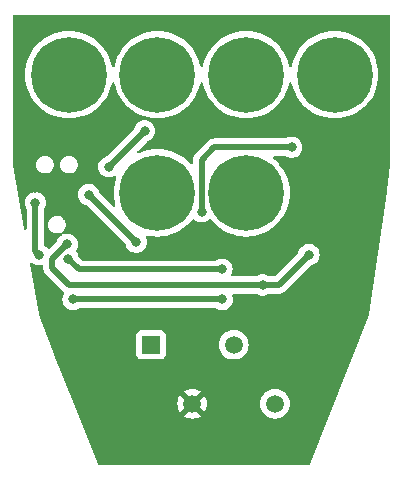
<source format=gbr>
%TF.GenerationSoftware,KiCad,Pcbnew,7.0.6*%
%TF.CreationDate,2023-10-04T19:29:37-04:00*%
%TF.ProjectId,Encoder_Pulse_Generic_ATTINY85,456e636f-6465-4725-9f50-756c73655f47,rev?*%
%TF.SameCoordinates,Original*%
%TF.FileFunction,Copper,L2,Bot*%
%TF.FilePolarity,Positive*%
%FSLAX46Y46*%
G04 Gerber Fmt 4.6, Leading zero omitted, Abs format (unit mm)*
G04 Created by KiCad (PCBNEW 7.0.6) date 2023-10-04 19:29:37*
%MOMM*%
%LPD*%
G01*
G04 APERTURE LIST*
%TA.AperFunction,ComponentPad*%
%ADD10C,1.508000*%
%TD*%
%TA.AperFunction,ComponentPad*%
%ADD11R,1.508000X1.508000*%
%TD*%
%TA.AperFunction,ConnectorPad*%
%ADD12C,6.400000*%
%TD*%
%TA.AperFunction,ComponentPad*%
%ADD13C,3.600000*%
%TD*%
%TA.AperFunction,ViaPad*%
%ADD14C,0.800000*%
%TD*%
%TA.AperFunction,Conductor*%
%ADD15C,0.500000*%
%TD*%
G04 APERTURE END LIST*
D10*
%TO.P,J1,4,Pin_4*%
%TO.N,/SDA*%
X144455138Y-104060000D03*
%TO.P,J1,3,Pin_3*%
%TO.N,/SCL*%
X140955138Y-99060000D03*
%TO.P,J1,2,Pin_2*%
%TO.N,GND*%
X137455138Y-104060000D03*
D11*
%TO.P,J1,1,Pin_1*%
%TO.N,+5V*%
X133955138Y-99060000D03*
%TD*%
D12*
%TO.P,REF\u002A\u002A,1*%
%TO.N,N/C*%
X142000000Y-86200000D03*
D13*
X142000000Y-86200000D03*
%TD*%
D12*
%TO.P,REF\u002A\u002A,1*%
%TO.N,N/C*%
X134500000Y-86200000D03*
D13*
X134500000Y-86200000D03*
%TD*%
D12*
%TO.P,REF\u002A\u002A,1*%
%TO.N,unconnected-(U1-VCC-Pad8)*%
X149500000Y-76200000D03*
D13*
X149500000Y-76200000D03*
%TD*%
D12*
%TO.P,REF\u002A\u002A,1*%
%TO.N,unconnected-(U1-GND-Pad4)*%
X142000000Y-76200000D03*
D13*
X142000000Y-76200000D03*
%TD*%
D12*
%TO.P,REF\u002A\u002A,1*%
%TO.N,/ENCB*%
X134500000Y-76200000D03*
D13*
X134500000Y-76200000D03*
%TD*%
%TO.P,REF\u002A\u002A,1*%
%TO.N,/ENCA*%
X127000000Y-76200000D03*
D12*
X127000000Y-76200000D03*
%TD*%
D14*
%TO.N,GND*%
X147320000Y-88900000D03*
X134620000Y-96520000D03*
%TO.N,/RST*%
X138245270Y-87814730D03*
X145867042Y-82352498D03*
%TO.N,/SEL*%
X126850500Y-90566520D03*
%TO.N,/SDA*%
X124460000Y-91440000D03*
X124166905Y-87043735D03*
%TO.N,/ENCB*%
X130389500Y-84004601D03*
X133410197Y-80967966D03*
%TO.N,GND*%
X124121814Y-85766296D03*
%TO.N,/SDA*%
X139985792Y-95235573D03*
X127354554Y-95235573D03*
%TO.N,/RST*%
X132706343Y-90391062D03*
X128690500Y-86360000D03*
%TO.N,/SCL*%
X139953639Y-92686439D03*
X126916577Y-91773337D03*
%TO.N,/SEL*%
X147320000Y-91440000D03*
X143403365Y-94004182D03*
%TD*%
D15*
%TO.N,/RST*%
X138245270Y-83430375D02*
X138245270Y-87814730D01*
X139323147Y-82352498D02*
X138245270Y-83430375D01*
X145867042Y-82352498D02*
X139323147Y-82352498D01*
%TO.N,/SEL*%
X126829834Y-90566520D02*
X125597653Y-91798701D01*
X126850500Y-90566520D02*
X126829834Y-90566520D01*
%TO.N,/SDA*%
X124166905Y-91146905D02*
X124460000Y-91440000D01*
X124166905Y-87043735D02*
X124166905Y-91146905D01*
%TO.N,/ENCB*%
X133410197Y-80983904D02*
X130389500Y-84004601D01*
X133410197Y-80967966D02*
X133410197Y-80983904D01*
%TO.N,/SDA*%
X127354554Y-95235573D02*
X139985792Y-95235573D01*
%TO.N,/RST*%
X132706343Y-90375843D02*
X132706343Y-90391062D01*
X128690500Y-86360000D02*
X132706343Y-90375843D01*
%TO.N,/SCL*%
X126916577Y-91773337D02*
X127829679Y-92686439D01*
X127829679Y-92686439D02*
X139953639Y-92686439D01*
%TO.N,/SEL*%
X125597653Y-92577653D02*
X127000000Y-93980000D01*
X125597653Y-91798701D02*
X125597653Y-92577653D01*
X127000000Y-93980000D02*
X129540000Y-93980000D01*
X129540000Y-93980000D02*
X129564182Y-94004182D01*
X129564182Y-94004182D02*
X143403365Y-94004182D01*
X144755818Y-94004182D02*
X143403365Y-94004182D01*
X147320000Y-91440000D02*
X144755818Y-94004182D01*
%TD*%
%TA.AperFunction,Conductor*%
%TO.N,GND*%
G36*
X154174539Y-71140185D02*
G01*
X154220294Y-71192989D01*
X154231500Y-71244500D01*
X154231500Y-83815588D01*
X154230886Y-83824296D01*
X153819298Y-86728277D01*
X152433577Y-96505298D01*
X152426091Y-96533558D01*
X147432688Y-109141161D01*
X147389700Y-109196241D01*
X147323758Y-109219337D01*
X147317401Y-109219500D01*
X129546599Y-109219500D01*
X129479560Y-109199815D01*
X129433805Y-109147011D01*
X129431312Y-109141161D01*
X127418852Y-104060000D01*
X136196348Y-104060000D01*
X136215471Y-104278582D01*
X136215473Y-104278592D01*
X136272259Y-104490524D01*
X136272262Y-104490533D01*
X136364993Y-104689393D01*
X136364994Y-104689395D01*
X136409140Y-104752442D01*
X136409141Y-104752443D01*
X136972060Y-104189523D01*
X136995645Y-104269844D01*
X137073377Y-104390798D01*
X137182038Y-104484952D01*
X137312823Y-104544680D01*
X137322604Y-104546086D01*
X136762693Y-105105996D01*
X136825742Y-105150143D01*
X136825744Y-105150144D01*
X137024604Y-105242875D01*
X137024613Y-105242878D01*
X137236545Y-105299664D01*
X137236555Y-105299666D01*
X137455137Y-105318790D01*
X137455139Y-105318790D01*
X137673720Y-105299666D01*
X137673730Y-105299664D01*
X137885662Y-105242878D01*
X137885671Y-105242874D01*
X138084530Y-105150145D01*
X138147581Y-105105996D01*
X137587672Y-104546086D01*
X137597453Y-104544680D01*
X137728238Y-104484952D01*
X137836899Y-104390798D01*
X137914631Y-104269844D01*
X137938214Y-104189523D01*
X138501134Y-104752443D01*
X138545283Y-104689392D01*
X138638012Y-104490533D01*
X138638016Y-104490524D01*
X138694802Y-104278592D01*
X138694804Y-104278582D01*
X138713928Y-104060002D01*
X143195846Y-104060002D01*
X143214969Y-104278592D01*
X143214977Y-104278674D01*
X143271791Y-104490703D01*
X143271792Y-104490706D01*
X143271793Y-104490708D01*
X143364557Y-104689642D01*
X143364561Y-104689650D01*
X143490460Y-104869452D01*
X143490465Y-104869458D01*
X143645679Y-105024672D01*
X143645685Y-105024677D01*
X143825487Y-105150576D01*
X143825489Y-105150577D01*
X143825492Y-105150579D01*
X144024435Y-105243347D01*
X144236464Y-105300161D01*
X144392659Y-105313825D01*
X144455136Y-105319292D01*
X144455138Y-105319292D01*
X144455140Y-105319292D01*
X144509806Y-105314509D01*
X144673812Y-105300161D01*
X144885841Y-105243347D01*
X145084784Y-105150579D01*
X145264595Y-105024674D01*
X145419812Y-104869457D01*
X145545717Y-104689646D01*
X145638485Y-104490703D01*
X145695299Y-104278674D01*
X145714430Y-104060000D01*
X145695299Y-103841326D01*
X145638485Y-103629297D01*
X145545717Y-103430354D01*
X145545715Y-103430351D01*
X145545714Y-103430349D01*
X145419815Y-103250547D01*
X145419810Y-103250541D01*
X145264596Y-103095327D01*
X145264590Y-103095322D01*
X145084788Y-102969423D01*
X145084780Y-102969419D01*
X144885846Y-102876655D01*
X144885844Y-102876654D01*
X144885841Y-102876653D01*
X144735023Y-102836240D01*
X144673813Y-102819839D01*
X144673806Y-102819838D01*
X144455140Y-102800708D01*
X144455136Y-102800708D01*
X144236469Y-102819838D01*
X144236462Y-102819839D01*
X144114040Y-102852642D01*
X144024435Y-102876653D01*
X144024433Y-102876653D01*
X144024429Y-102876655D01*
X143825495Y-102969419D01*
X143825487Y-102969423D01*
X143645685Y-103095322D01*
X143645679Y-103095327D01*
X143490465Y-103250541D01*
X143490460Y-103250547D01*
X143364561Y-103430349D01*
X143364557Y-103430357D01*
X143271793Y-103629291D01*
X143271791Y-103629295D01*
X143271791Y-103629297D01*
X143270250Y-103635048D01*
X143214977Y-103841324D01*
X143214976Y-103841331D01*
X143195846Y-104059997D01*
X143195846Y-104060002D01*
X138713928Y-104060002D01*
X138713928Y-104060000D01*
X138713928Y-104059999D01*
X138694804Y-103841417D01*
X138694802Y-103841407D01*
X138638016Y-103629475D01*
X138638013Y-103629466D01*
X138545282Y-103430606D01*
X138545281Y-103430604D01*
X138501134Y-103367556D01*
X138501134Y-103367555D01*
X137938214Y-103930475D01*
X137914631Y-103850156D01*
X137836899Y-103729202D01*
X137728238Y-103635048D01*
X137597453Y-103575320D01*
X137587671Y-103573913D01*
X138147581Y-103014003D01*
X138147580Y-103014002D01*
X138084533Y-102969856D01*
X138084531Y-102969855D01*
X137885671Y-102877124D01*
X137885662Y-102877121D01*
X137673730Y-102820335D01*
X137673720Y-102820333D01*
X137455139Y-102801210D01*
X137455137Y-102801210D01*
X137236555Y-102820333D01*
X137236545Y-102820335D01*
X137024613Y-102877121D01*
X137024604Y-102877124D01*
X136825740Y-102969857D01*
X136762693Y-103014001D01*
X137322605Y-103573913D01*
X137312823Y-103575320D01*
X137182038Y-103635048D01*
X137073377Y-103729202D01*
X136995645Y-103850156D01*
X136972060Y-103930476D01*
X136409139Y-103367555D01*
X136364995Y-103430602D01*
X136272262Y-103629466D01*
X136272259Y-103629475D01*
X136215473Y-103841407D01*
X136215471Y-103841417D01*
X136196348Y-104059999D01*
X136196348Y-104060000D01*
X127418852Y-104060000D01*
X125779738Y-99921482D01*
X125756128Y-99861870D01*
X132700638Y-99861870D01*
X132700639Y-99861876D01*
X132707046Y-99921483D01*
X132757340Y-100056328D01*
X132757344Y-100056335D01*
X132843590Y-100171544D01*
X132843593Y-100171547D01*
X132958802Y-100257793D01*
X132958809Y-100257797D01*
X133093655Y-100308091D01*
X133093654Y-100308091D01*
X133100582Y-100308835D01*
X133153265Y-100314500D01*
X134757010Y-100314499D01*
X134816621Y-100308091D01*
X134951469Y-100257796D01*
X135066684Y-100171546D01*
X135152934Y-100056331D01*
X135203229Y-99921483D01*
X135209638Y-99861873D01*
X135209637Y-99060000D01*
X139695846Y-99060000D01*
X139714977Y-99278674D01*
X139771791Y-99490703D01*
X139771792Y-99490706D01*
X139771793Y-99490708D01*
X139864557Y-99689642D01*
X139864561Y-99689650D01*
X139990460Y-99869452D01*
X139990465Y-99869458D01*
X140145679Y-100024672D01*
X140145685Y-100024677D01*
X140325487Y-100150576D01*
X140325489Y-100150577D01*
X140325492Y-100150579D01*
X140524435Y-100243347D01*
X140736464Y-100300161D01*
X140892659Y-100313826D01*
X140955136Y-100319292D01*
X140955138Y-100319292D01*
X140955140Y-100319292D01*
X141009935Y-100314498D01*
X141173812Y-100300161D01*
X141385841Y-100243347D01*
X141584784Y-100150579D01*
X141764595Y-100024674D01*
X141919812Y-99869457D01*
X142045717Y-99689646D01*
X142138485Y-99490703D01*
X142195299Y-99278674D01*
X142214430Y-99060000D01*
X142195299Y-98841326D01*
X142138485Y-98629297D01*
X142045717Y-98430354D01*
X142045715Y-98430351D01*
X142045714Y-98430349D01*
X141919815Y-98250547D01*
X141919810Y-98250541D01*
X141764596Y-98095327D01*
X141764590Y-98095322D01*
X141584788Y-97969423D01*
X141584780Y-97969419D01*
X141385846Y-97876655D01*
X141385844Y-97876654D01*
X141385841Y-97876653D01*
X141235023Y-97836240D01*
X141173813Y-97819839D01*
X141173806Y-97819838D01*
X140955140Y-97800708D01*
X140955136Y-97800708D01*
X140736469Y-97819838D01*
X140736462Y-97819839D01*
X140614040Y-97852642D01*
X140524435Y-97876653D01*
X140524433Y-97876653D01*
X140524429Y-97876655D01*
X140325495Y-97969419D01*
X140325487Y-97969423D01*
X140145685Y-98095322D01*
X140145679Y-98095327D01*
X139990465Y-98250541D01*
X139990460Y-98250547D01*
X139864561Y-98430349D01*
X139864557Y-98430357D01*
X139771793Y-98629291D01*
X139714977Y-98841324D01*
X139714976Y-98841331D01*
X139695846Y-99059997D01*
X139695846Y-99060000D01*
X135209637Y-99060000D01*
X135209637Y-98258128D01*
X135203229Y-98198517D01*
X135164741Y-98095326D01*
X135152935Y-98063671D01*
X135152931Y-98063664D01*
X135066685Y-97948455D01*
X135066682Y-97948452D01*
X134951473Y-97862206D01*
X134951466Y-97862202D01*
X134816620Y-97811908D01*
X134816621Y-97811908D01*
X134757021Y-97805501D01*
X134757019Y-97805500D01*
X134757011Y-97805500D01*
X134757002Y-97805500D01*
X133153267Y-97805500D01*
X133153261Y-97805501D01*
X133093654Y-97811908D01*
X132958809Y-97862202D01*
X132958802Y-97862206D01*
X132843593Y-97948452D01*
X132843590Y-97948455D01*
X132757344Y-98063664D01*
X132757340Y-98063671D01*
X132707046Y-98198517D01*
X132701453Y-98250543D01*
X132700639Y-98258123D01*
X132700638Y-98258135D01*
X132700638Y-99861870D01*
X125756128Y-99861870D01*
X124437193Y-96531756D01*
X124430301Y-96507262D01*
X124429961Y-96505298D01*
X123694585Y-92260176D01*
X123702538Y-92190764D01*
X123746757Y-92136667D01*
X123813203Y-92115065D01*
X123880781Y-92132816D01*
X123889650Y-92138696D01*
X124007265Y-92224148D01*
X124007270Y-92224151D01*
X124180192Y-92301142D01*
X124180197Y-92301144D01*
X124365354Y-92340500D01*
X124365355Y-92340500D01*
X124554644Y-92340500D01*
X124554646Y-92340500D01*
X124697371Y-92310163D01*
X124767038Y-92315479D01*
X124822772Y-92357616D01*
X124846877Y-92423196D01*
X124847152Y-92431453D01*
X124847152Y-92513951D01*
X124845843Y-92531921D01*
X124842364Y-92555673D01*
X124842363Y-92555680D01*
X124846917Y-92607716D01*
X124847153Y-92613123D01*
X124847153Y-92621362D01*
X124850959Y-92653927D01*
X124857653Y-92730444D01*
X124859114Y-92737520D01*
X124859056Y-92737531D01*
X124860687Y-92744890D01*
X124860745Y-92744877D01*
X124862410Y-92751903D01*
X124888678Y-92824077D01*
X124912838Y-92896984D01*
X124915889Y-92903527D01*
X124915835Y-92903551D01*
X124919123Y-92910341D01*
X124919174Y-92910316D01*
X124922414Y-92916766D01*
X124922415Y-92916767D01*
X124922416Y-92916770D01*
X124964618Y-92980936D01*
X125004940Y-93046308D01*
X125009419Y-93051972D01*
X125009372Y-93052009D01*
X125014135Y-93057855D01*
X125014181Y-93057817D01*
X125018826Y-93063353D01*
X125074671Y-93116039D01*
X126424267Y-94465634D01*
X126436048Y-94479266D01*
X126450390Y-94498530D01*
X126490420Y-94532119D01*
X126494392Y-94535759D01*
X126500223Y-94541590D01*
X126500222Y-94541590D01*
X126525944Y-94561927D01*
X126565967Y-94595511D01*
X126604669Y-94653683D01*
X126605777Y-94723543D01*
X126593648Y-94752499D01*
X126527377Y-94867283D01*
X126527372Y-94867295D01*
X126468881Y-95047313D01*
X126468880Y-95047317D01*
X126449094Y-95235573D01*
X126468880Y-95423829D01*
X126468881Y-95423832D01*
X126527372Y-95603850D01*
X126527375Y-95603857D01*
X126622021Y-95767789D01*
X126748682Y-95908460D01*
X126748683Y-95908461D01*
X126901819Y-96019721D01*
X126901824Y-96019724D01*
X127074746Y-96096715D01*
X127074751Y-96096717D01*
X127259908Y-96136073D01*
X127259909Y-96136073D01*
X127449198Y-96136073D01*
X127449200Y-96136073D01*
X127634357Y-96096717D01*
X127807284Y-96019724D01*
X127809330Y-96018237D01*
X127821006Y-96009755D01*
X127886812Y-95986275D01*
X127893891Y-95986073D01*
X139446455Y-95986073D01*
X139513494Y-96005758D01*
X139519340Y-96009755D01*
X139533057Y-96019721D01*
X139533062Y-96019724D01*
X139705984Y-96096715D01*
X139705989Y-96096717D01*
X139891146Y-96136073D01*
X139891147Y-96136073D01*
X140080436Y-96136073D01*
X140080438Y-96136073D01*
X140265595Y-96096717D01*
X140438522Y-96019724D01*
X140591663Y-95908461D01*
X140718325Y-95767789D01*
X140812971Y-95603857D01*
X140871466Y-95423829D01*
X140891252Y-95235573D01*
X140871466Y-95047317D01*
X140829122Y-94916999D01*
X140827128Y-94847159D01*
X140863208Y-94787326D01*
X140925909Y-94756498D01*
X140947054Y-94754682D01*
X142864028Y-94754682D01*
X142931067Y-94774367D01*
X142936913Y-94778364D01*
X142950630Y-94788330D01*
X142950635Y-94788333D01*
X143123557Y-94865324D01*
X143123562Y-94865326D01*
X143308719Y-94904682D01*
X143308720Y-94904682D01*
X143498009Y-94904682D01*
X143498011Y-94904682D01*
X143683168Y-94865326D01*
X143856095Y-94788333D01*
X143858141Y-94786846D01*
X143869817Y-94778364D01*
X143935623Y-94754884D01*
X143942702Y-94754682D01*
X144692113Y-94754682D01*
X144710083Y-94755991D01*
X144733841Y-94759471D01*
X144785886Y-94754917D01*
X144791288Y-94754682D01*
X144799522Y-94754682D01*
X144799527Y-94754682D01*
X144818201Y-94752499D01*
X144832094Y-94750875D01*
X144844846Y-94749759D01*
X144908615Y-94744181D01*
X144908623Y-94744178D01*
X144915684Y-94742721D01*
X144915696Y-94742780D01*
X144923061Y-94741147D01*
X144923047Y-94741088D01*
X144930064Y-94739423D01*
X144930073Y-94739423D01*
X145002241Y-94713156D01*
X145075152Y-94688996D01*
X145075161Y-94688989D01*
X145081700Y-94685942D01*
X145081726Y-94685998D01*
X145088508Y-94682714D01*
X145088481Y-94682660D01*
X145094924Y-94679422D01*
X145094935Y-94679419D01*
X145159101Y-94637216D01*
X145224474Y-94596894D01*
X145224480Y-94596887D01*
X145230143Y-94592411D01*
X145230181Y-94592459D01*
X145236018Y-94587704D01*
X145235979Y-94587657D01*
X145241514Y-94583012D01*
X145294203Y-94527165D01*
X146924383Y-92896984D01*
X147472771Y-92348595D01*
X147534092Y-92315112D01*
X147534448Y-92315034D01*
X147599803Y-92301144D01*
X147772730Y-92224151D01*
X147925871Y-92112888D01*
X148052533Y-91972216D01*
X148147179Y-91808284D01*
X148205674Y-91628256D01*
X148225460Y-91440000D01*
X148205674Y-91251744D01*
X148147179Y-91071716D01*
X148052533Y-90907784D01*
X147925871Y-90767112D01*
X147915182Y-90759346D01*
X147772734Y-90655851D01*
X147772729Y-90655848D01*
X147599807Y-90578857D01*
X147599802Y-90578855D01*
X147454000Y-90547865D01*
X147414646Y-90539500D01*
X147225354Y-90539500D01*
X147192897Y-90546398D01*
X147040197Y-90578855D01*
X147040192Y-90578857D01*
X146867270Y-90655848D01*
X146867265Y-90655851D01*
X146714129Y-90767111D01*
X146587466Y-90907785D01*
X146492821Y-91071715D01*
X146492819Y-91071719D01*
X146437478Y-91242041D01*
X146407228Y-91291403D01*
X144481269Y-93217363D01*
X144419946Y-93250848D01*
X144393588Y-93253682D01*
X143942702Y-93253682D01*
X143875663Y-93233997D01*
X143869817Y-93230000D01*
X143856099Y-93220033D01*
X143856094Y-93220030D01*
X143683172Y-93143039D01*
X143683167Y-93143037D01*
X143537309Y-93112035D01*
X143498011Y-93103682D01*
X143308719Y-93103682D01*
X143276262Y-93110580D01*
X143123562Y-93143037D01*
X143123557Y-93143039D01*
X142950635Y-93220030D01*
X142950630Y-93220033D01*
X142936913Y-93230000D01*
X142871107Y-93253480D01*
X142864028Y-93253682D01*
X140880723Y-93253682D01*
X140813684Y-93233997D01*
X140767929Y-93181193D01*
X140757985Y-93112035D01*
X140773334Y-93067685D01*
X140780818Y-93054723D01*
X140839313Y-92874695D01*
X140859099Y-92686439D01*
X140839313Y-92498183D01*
X140780818Y-92318155D01*
X140686172Y-92154223D01*
X140559510Y-92013551D01*
X140559509Y-92013550D01*
X140406373Y-91902290D01*
X140406368Y-91902287D01*
X140233446Y-91825296D01*
X140233441Y-91825294D01*
X140087639Y-91794304D01*
X140048285Y-91785939D01*
X139858993Y-91785939D01*
X139826536Y-91792837D01*
X139673836Y-91825294D01*
X139673831Y-91825296D01*
X139500909Y-91902287D01*
X139500904Y-91902290D01*
X139487187Y-91912257D01*
X139421381Y-91935737D01*
X139414302Y-91935939D01*
X128191909Y-91935939D01*
X128124870Y-91916254D01*
X128104228Y-91899620D01*
X127829347Y-91624739D01*
X127799098Y-91575378D01*
X127743756Y-91405053D01*
X127649110Y-91241121D01*
X127619043Y-91207728D01*
X127588813Y-91144736D01*
X127597439Y-91075401D01*
X127603806Y-91062756D01*
X127607384Y-91056558D01*
X127677679Y-90934804D01*
X127736174Y-90754776D01*
X127755960Y-90566520D01*
X127736174Y-90378264D01*
X127677679Y-90198236D01*
X127583033Y-90034304D01*
X127456371Y-89893632D01*
X127444873Y-89885278D01*
X127303234Y-89782371D01*
X127303229Y-89782368D01*
X127130307Y-89705377D01*
X127130302Y-89705375D01*
X126984501Y-89674385D01*
X126945146Y-89666020D01*
X126755854Y-89666020D01*
X126723397Y-89672918D01*
X126570697Y-89705375D01*
X126570696Y-89705375D01*
X126553125Y-89713199D01*
X126483875Y-89722482D01*
X126420599Y-89692852D01*
X126383387Y-89633716D01*
X126384054Y-89563850D01*
X126422387Y-89505435D01*
X126434547Y-89496321D01*
X126466654Y-89475205D01*
X126586296Y-89348393D01*
X126673467Y-89197407D01*
X126723469Y-89030388D01*
X126733607Y-88856340D01*
X126703332Y-88684646D01*
X126634279Y-88524562D01*
X126606771Y-88487613D01*
X126530167Y-88384716D01*
X126396614Y-88272651D01*
X126396612Y-88272650D01*
X126240818Y-88194407D01*
X126240816Y-88194406D01*
X126240815Y-88194406D01*
X126071171Y-88154200D01*
X125940564Y-88154200D01*
X125827051Y-88167467D01*
X125810835Y-88169363D01*
X125810832Y-88169364D01*
X125647008Y-88228991D01*
X125647004Y-88228993D01*
X125501348Y-88324792D01*
X125501347Y-88324793D01*
X125381706Y-88451603D01*
X125381703Y-88451609D01*
X125294534Y-88602590D01*
X125244531Y-88769610D01*
X125244530Y-88769616D01*
X125239479Y-88856340D01*
X125234393Y-88943660D01*
X125264668Y-89115354D01*
X125333721Y-89275438D01*
X125333722Y-89275440D01*
X125333724Y-89275443D01*
X125437832Y-89415283D01*
X125571386Y-89527349D01*
X125727185Y-89605594D01*
X125896829Y-89645800D01*
X125896831Y-89645800D01*
X126027429Y-89645800D01*
X126027436Y-89645800D01*
X126157164Y-89630637D01*
X126228694Y-89604601D01*
X126298422Y-89600171D01*
X126359478Y-89634141D01*
X126392475Y-89695728D01*
X126386938Y-89765377D01*
X126344625Y-89820977D01*
X126343990Y-89821442D01*
X126244627Y-89893633D01*
X126117966Y-90034305D01*
X126023321Y-90198235D01*
X126023319Y-90198239D01*
X125977924Y-90337948D01*
X125947674Y-90387310D01*
X125392695Y-90942289D01*
X125331372Y-90975774D01*
X125261680Y-90970790D01*
X125205747Y-90928918D01*
X125197628Y-90916610D01*
X125192533Y-90907784D01*
X125065871Y-90767112D01*
X125055172Y-90759339D01*
X124968520Y-90696382D01*
X124925854Y-90641052D01*
X124917405Y-90596064D01*
X124917405Y-87578056D01*
X124934018Y-87516056D01*
X124994084Y-87412019D01*
X125052579Y-87231991D01*
X125072365Y-87043735D01*
X125052579Y-86855479D01*
X124994084Y-86675451D01*
X124899438Y-86511519D01*
X124772776Y-86370847D01*
X124772775Y-86370846D01*
X124757847Y-86360000D01*
X127785040Y-86360000D01*
X127804826Y-86548256D01*
X127804827Y-86548259D01*
X127863318Y-86728277D01*
X127863321Y-86728284D01*
X127957967Y-86892216D01*
X128028389Y-86970427D01*
X128084629Y-87032888D01*
X128237765Y-87144148D01*
X128237770Y-87144151D01*
X128410691Y-87221142D01*
X128410693Y-87221142D01*
X128410697Y-87221144D01*
X128475829Y-87234987D01*
X128537309Y-87268178D01*
X128537728Y-87268596D01*
X131787197Y-90518064D01*
X131817479Y-90573521D01*
X131818661Y-90573138D01*
X131879161Y-90759339D01*
X131879164Y-90759346D01*
X131973810Y-90923278D01*
X132021078Y-90975774D01*
X132100472Y-91063950D01*
X132253608Y-91175210D01*
X132253613Y-91175213D01*
X132426535Y-91252204D01*
X132426540Y-91252206D01*
X132611697Y-91291562D01*
X132611698Y-91291562D01*
X132800987Y-91291562D01*
X132800989Y-91291562D01*
X132986146Y-91252206D01*
X133159073Y-91175213D01*
X133312214Y-91063950D01*
X133438876Y-90923278D01*
X133533522Y-90759346D01*
X133592017Y-90579318D01*
X133611803Y-90391062D01*
X133592017Y-90202806D01*
X133533522Y-90022778D01*
X133511966Y-89985443D01*
X133495494Y-89917544D01*
X133518347Y-89851517D01*
X133573268Y-89808326D01*
X133642821Y-89801685D01*
X133651418Y-89803662D01*
X133729567Y-89824602D01*
X134112662Y-89885278D01*
X134478576Y-89904455D01*
X134499999Y-89905578D01*
X134500000Y-89905578D01*
X134500001Y-89905578D01*
X134520300Y-89904514D01*
X134887338Y-89885278D01*
X135270433Y-89824602D01*
X135645087Y-89724214D01*
X136007194Y-89585214D01*
X136352789Y-89409125D01*
X136678084Y-89197876D01*
X136979516Y-88953781D01*
X137253781Y-88679516D01*
X137426821Y-88465828D01*
X137484307Y-88426119D01*
X137554138Y-88423791D01*
X137614142Y-88459586D01*
X137615336Y-88460894D01*
X137639394Y-88487613D01*
X137639400Y-88487619D01*
X137792535Y-88598878D01*
X137792540Y-88598881D01*
X137965462Y-88675872D01*
X137965467Y-88675874D01*
X138150624Y-88715230D01*
X138150625Y-88715230D01*
X138339914Y-88715230D01*
X138339916Y-88715230D01*
X138525073Y-88675874D01*
X138698000Y-88598881D01*
X138851141Y-88487618D01*
X138880185Y-88455361D01*
X138939670Y-88418714D01*
X139009527Y-88420043D01*
X139067576Y-88458930D01*
X139068674Y-88460267D01*
X139246219Y-88679516D01*
X139520484Y-88953781D01*
X139520488Y-88953784D01*
X139821917Y-89197877D01*
X140147206Y-89409122D01*
X140147211Y-89409125D01*
X140492806Y-89585214D01*
X140854913Y-89724214D01*
X141229567Y-89824602D01*
X141612662Y-89885278D01*
X141978576Y-89904455D01*
X141999999Y-89905578D01*
X142000000Y-89905578D01*
X142000001Y-89905578D01*
X142020300Y-89904514D01*
X142387338Y-89885278D01*
X142770433Y-89824602D01*
X143145087Y-89724214D01*
X143507194Y-89585214D01*
X143852789Y-89409125D01*
X144178084Y-89197876D01*
X144479516Y-88953781D01*
X144753781Y-88679516D01*
X144997876Y-88378084D01*
X145209125Y-88052789D01*
X145385214Y-87707194D01*
X145524214Y-87345087D01*
X145624602Y-86970433D01*
X145685278Y-86587338D01*
X145705578Y-86200000D01*
X145685278Y-85812662D01*
X145624602Y-85429567D01*
X145524214Y-85054913D01*
X145385214Y-84692806D01*
X145209125Y-84347211D01*
X145110566Y-84195443D01*
X144997877Y-84021917D01*
X144831408Y-83816345D01*
X144753781Y-83720484D01*
X144479516Y-83446219D01*
X144369735Y-83357320D01*
X144327803Y-83323364D01*
X144288092Y-83265877D01*
X144285764Y-83196046D01*
X144321559Y-83136042D01*
X144384113Y-83104916D01*
X144405839Y-83102998D01*
X145327705Y-83102998D01*
X145394744Y-83122683D01*
X145400590Y-83126680D01*
X145414307Y-83136646D01*
X145414312Y-83136649D01*
X145587234Y-83213640D01*
X145587239Y-83213642D01*
X145772396Y-83252998D01*
X145772397Y-83252998D01*
X145961686Y-83252998D01*
X145961688Y-83252998D01*
X146146845Y-83213642D01*
X146319772Y-83136649D01*
X146472913Y-83025386D01*
X146599575Y-82884714D01*
X146694221Y-82720782D01*
X146752716Y-82540754D01*
X146772502Y-82352498D01*
X146752716Y-82164242D01*
X146694221Y-81984214D01*
X146599575Y-81820282D01*
X146472913Y-81679610D01*
X146469680Y-81677261D01*
X146319776Y-81568349D01*
X146319771Y-81568346D01*
X146146849Y-81491355D01*
X146146844Y-81491353D01*
X146001042Y-81460363D01*
X145961688Y-81451998D01*
X145772396Y-81451998D01*
X145739939Y-81458896D01*
X145587239Y-81491353D01*
X145587234Y-81491355D01*
X145414312Y-81568346D01*
X145414307Y-81568349D01*
X145400590Y-81578316D01*
X145334784Y-81601796D01*
X145327705Y-81601998D01*
X139386852Y-81601998D01*
X139368882Y-81600689D01*
X139345119Y-81597208D01*
X139300037Y-81601153D01*
X139293080Y-81601762D01*
X139287679Y-81601998D01*
X139279434Y-81601998D01*
X139253369Y-81605044D01*
X139246852Y-81605806D01*
X139241550Y-81606269D01*
X139170348Y-81612499D01*
X139163281Y-81613959D01*
X139163269Y-81613902D01*
X139155900Y-81615536D01*
X139155914Y-81615593D01*
X139148886Y-81617258D01*
X139076715Y-81643525D01*
X139076715Y-81643526D01*
X139003812Y-81667684D01*
X139003810Y-81667684D01*
X139003807Y-81667686D01*
X138997270Y-81670734D01*
X138997245Y-81670682D01*
X138990457Y-81673968D01*
X138990483Y-81674019D01*
X138984032Y-81677259D01*
X138919870Y-81719459D01*
X138854493Y-81759783D01*
X138848829Y-81764263D01*
X138848793Y-81764217D01*
X138842945Y-81768982D01*
X138842982Y-81769026D01*
X138837457Y-81773662D01*
X138784761Y-81829515D01*
X137759628Y-82854647D01*
X137745999Y-82866426D01*
X137726738Y-82880765D01*
X137693168Y-82920772D01*
X137689523Y-82924751D01*
X137683679Y-82930597D01*
X137663329Y-82956334D01*
X137613965Y-83015164D01*
X137609999Y-83021194D01*
X137609952Y-83021163D01*
X137605900Y-83027522D01*
X137605949Y-83027552D01*
X137602159Y-83033696D01*
X137569694Y-83103316D01*
X137535230Y-83171941D01*
X137532758Y-83178732D01*
X137532702Y-83178711D01*
X137530230Y-83185825D01*
X137530285Y-83185844D01*
X137528012Y-83192702D01*
X137526067Y-83202124D01*
X137512477Y-83267940D01*
X137503761Y-83304717D01*
X137494768Y-83342661D01*
X137493931Y-83349829D01*
X137493871Y-83349822D01*
X137493105Y-83357320D01*
X137493165Y-83357326D01*
X137492535Y-83364515D01*
X137494770Y-83441291D01*
X137494770Y-83667915D01*
X137475085Y-83734954D01*
X137422281Y-83780709D01*
X137353123Y-83790653D01*
X137289567Y-83761628D01*
X137274404Y-83745951D01*
X137253784Y-83720488D01*
X137253781Y-83720484D01*
X136979516Y-83446219D01*
X136878620Y-83364515D01*
X136678082Y-83202122D01*
X136352793Y-82990877D01*
X136007197Y-82814787D01*
X135645094Y-82675788D01*
X135462977Y-82626990D01*
X135270433Y-82575398D01*
X135270429Y-82575397D01*
X135270428Y-82575397D01*
X134887339Y-82514722D01*
X134500001Y-82494422D01*
X134499999Y-82494422D01*
X134112660Y-82514722D01*
X133729572Y-82575397D01*
X133729570Y-82575397D01*
X133354905Y-82675788D01*
X132992801Y-82814788D01*
X132972448Y-82825158D01*
X132903779Y-82838052D01*
X132839039Y-82811773D01*
X132798784Y-82754665D01*
X132795794Y-82684860D01*
X132828474Y-82626993D01*
X133583207Y-81872259D01*
X133644528Y-81838776D01*
X133644889Y-81838697D01*
X133690000Y-81829110D01*
X133690004Y-81829108D01*
X133690005Y-81829108D01*
X133814523Y-81773668D01*
X133862927Y-81752117D01*
X134016068Y-81640854D01*
X134142730Y-81500182D01*
X134237376Y-81336250D01*
X134295871Y-81156222D01*
X134315657Y-80967966D01*
X134295871Y-80779710D01*
X134237376Y-80599682D01*
X134142730Y-80435750D01*
X134016068Y-80295078D01*
X134016067Y-80295077D01*
X133862931Y-80183817D01*
X133862926Y-80183814D01*
X133690004Y-80106823D01*
X133689999Y-80106821D01*
X133544198Y-80075831D01*
X133504843Y-80067466D01*
X133315551Y-80067466D01*
X133283094Y-80074364D01*
X133130394Y-80106821D01*
X133130389Y-80106823D01*
X132957467Y-80183814D01*
X132957462Y-80183817D01*
X132804326Y-80295077D01*
X132677663Y-80435751D01*
X132583018Y-80599681D01*
X132583015Y-80599688D01*
X132524523Y-80779709D01*
X132524465Y-80779983D01*
X132524387Y-80780125D01*
X132522515Y-80785890D01*
X132521460Y-80785547D01*
X132491268Y-80841463D01*
X132490857Y-80841875D01*
X130236728Y-83096003D01*
X130175405Y-83129488D01*
X130174829Y-83129612D01*
X130109696Y-83143457D01*
X130109692Y-83143458D01*
X129936770Y-83220449D01*
X129936765Y-83220452D01*
X129783629Y-83331712D01*
X129656966Y-83472386D01*
X129562321Y-83636316D01*
X129562318Y-83636323D01*
X129506116Y-83809296D01*
X129503826Y-83816345D01*
X129484040Y-84004601D01*
X129503826Y-84192857D01*
X129503827Y-84192860D01*
X129562318Y-84372878D01*
X129562321Y-84372885D01*
X129656967Y-84536817D01*
X129783629Y-84677489D01*
X129936765Y-84788749D01*
X129936770Y-84788752D01*
X130109692Y-84865743D01*
X130109697Y-84865745D01*
X130294854Y-84905101D01*
X130294855Y-84905101D01*
X130484144Y-84905101D01*
X130484146Y-84905101D01*
X130669303Y-84865745D01*
X130842230Y-84788752D01*
X130842230Y-84788751D01*
X130848166Y-84786109D01*
X130848704Y-84787318D01*
X130909713Y-84772515D01*
X130975741Y-84795364D01*
X131018935Y-84850282D01*
X131025580Y-84919835D01*
X131019584Y-84940812D01*
X130975789Y-85054902D01*
X130875397Y-85429570D01*
X130875397Y-85429572D01*
X130814722Y-85812660D01*
X130794422Y-86199999D01*
X130794422Y-86200000D01*
X130814722Y-86587339D01*
X130875397Y-86970427D01*
X130875398Y-86970434D01*
X130943430Y-87224332D01*
X130941767Y-87294181D01*
X130902604Y-87352044D01*
X130838376Y-87379548D01*
X130769474Y-87367962D01*
X130735974Y-87344106D01*
X129603270Y-86211402D01*
X129573021Y-86162041D01*
X129517679Y-85991716D01*
X129423033Y-85827784D01*
X129296371Y-85687112D01*
X129296370Y-85687111D01*
X129143234Y-85575851D01*
X129143229Y-85575848D01*
X128970307Y-85498857D01*
X128970302Y-85498855D01*
X128824501Y-85467865D01*
X128785146Y-85459500D01*
X128595854Y-85459500D01*
X128563397Y-85466398D01*
X128410697Y-85498855D01*
X128410692Y-85498857D01*
X128237770Y-85575848D01*
X128237765Y-85575851D01*
X128084629Y-85687111D01*
X127957966Y-85827785D01*
X127863321Y-85991715D01*
X127863318Y-85991722D01*
X127814089Y-86143235D01*
X127804826Y-86171744D01*
X127785040Y-86360000D01*
X124757847Y-86360000D01*
X124619639Y-86259586D01*
X124619634Y-86259583D01*
X124446712Y-86182592D01*
X124446707Y-86182590D01*
X124300906Y-86151600D01*
X124261551Y-86143235D01*
X124072259Y-86143235D01*
X124039802Y-86150133D01*
X123887102Y-86182590D01*
X123887097Y-86182592D01*
X123714175Y-86259583D01*
X123714170Y-86259586D01*
X123561034Y-86370846D01*
X123434371Y-86511520D01*
X123339726Y-86675450D01*
X123339723Y-86675457D01*
X123322559Y-86728284D01*
X123281231Y-86855479D01*
X123261445Y-87043735D01*
X123281231Y-87231991D01*
X123281232Y-87231994D01*
X123339723Y-87412012D01*
X123339726Y-87412019D01*
X123399792Y-87516056D01*
X123416405Y-87578056D01*
X123416405Y-89212021D01*
X123396720Y-89279060D01*
X123343916Y-89324815D01*
X123274758Y-89334759D01*
X123211202Y-89305734D01*
X123173428Y-89246956D01*
X123170225Y-89233186D01*
X122240070Y-83863660D01*
X124218393Y-83863660D01*
X124248668Y-84035354D01*
X124317721Y-84195438D01*
X124317722Y-84195440D01*
X124317724Y-84195443D01*
X124372032Y-84268390D01*
X124421832Y-84335283D01*
X124555386Y-84447349D01*
X124711185Y-84525594D01*
X124880829Y-84565800D01*
X124880831Y-84565800D01*
X125011429Y-84565800D01*
X125011436Y-84565800D01*
X125141164Y-84550637D01*
X125304993Y-84491008D01*
X125450654Y-84395205D01*
X125570296Y-84268393D01*
X125657467Y-84117407D01*
X125707469Y-83950388D01*
X125712521Y-83863660D01*
X126250393Y-83863660D01*
X126280668Y-84035354D01*
X126349721Y-84195438D01*
X126349722Y-84195440D01*
X126349724Y-84195443D01*
X126404032Y-84268390D01*
X126453832Y-84335283D01*
X126587386Y-84447349D01*
X126743185Y-84525594D01*
X126912829Y-84565800D01*
X126912831Y-84565800D01*
X127043429Y-84565800D01*
X127043436Y-84565800D01*
X127173164Y-84550637D01*
X127336993Y-84491008D01*
X127482654Y-84395205D01*
X127602296Y-84268393D01*
X127689467Y-84117407D01*
X127739469Y-83950388D01*
X127749607Y-83776340D01*
X127719332Y-83604646D01*
X127650279Y-83444562D01*
X127546168Y-83304717D01*
X127412614Y-83192651D01*
X127325680Y-83148991D01*
X127256818Y-83114407D01*
X127256816Y-83114406D01*
X127256815Y-83114406D01*
X127087171Y-83074200D01*
X126956564Y-83074200D01*
X126843051Y-83087467D01*
X126826835Y-83089363D01*
X126826832Y-83089364D01*
X126663008Y-83148991D01*
X126663004Y-83148993D01*
X126517348Y-83244792D01*
X126517347Y-83244793D01*
X126397706Y-83371603D01*
X126397703Y-83371609D01*
X126310534Y-83522590D01*
X126260531Y-83689610D01*
X126260530Y-83689616D01*
X126252327Y-83830461D01*
X126250393Y-83863660D01*
X125712521Y-83863660D01*
X125717607Y-83776340D01*
X125687332Y-83604646D01*
X125618279Y-83444562D01*
X125514168Y-83304717D01*
X125380614Y-83192651D01*
X125293680Y-83148991D01*
X125224818Y-83114407D01*
X125224816Y-83114406D01*
X125224815Y-83114406D01*
X125055171Y-83074200D01*
X124924564Y-83074200D01*
X124811051Y-83087467D01*
X124794835Y-83089363D01*
X124794832Y-83089364D01*
X124631008Y-83148991D01*
X124631004Y-83148993D01*
X124485348Y-83244792D01*
X124485347Y-83244793D01*
X124365706Y-83371603D01*
X124365703Y-83371609D01*
X124278534Y-83522590D01*
X124228531Y-83689610D01*
X124228530Y-83689616D01*
X124220327Y-83830461D01*
X124218393Y-83863660D01*
X122240070Y-83863660D01*
X122234319Y-83830461D01*
X122232499Y-83809296D01*
X122232500Y-76200000D01*
X123294422Y-76200000D01*
X123314722Y-76587339D01*
X123375397Y-76970427D01*
X123375397Y-76970429D01*
X123475788Y-77345094D01*
X123614787Y-77707197D01*
X123790877Y-78052793D01*
X124002122Y-78378082D01*
X124002124Y-78378084D01*
X124246219Y-78679516D01*
X124520484Y-78953781D01*
X124520488Y-78953784D01*
X124821917Y-79197877D01*
X125147206Y-79409122D01*
X125147211Y-79409125D01*
X125492806Y-79585214D01*
X125854913Y-79724214D01*
X126229567Y-79824602D01*
X126612662Y-79885278D01*
X126978576Y-79904455D01*
X126999999Y-79905578D01*
X127000000Y-79905578D01*
X127000001Y-79905578D01*
X127020301Y-79904514D01*
X127387338Y-79885278D01*
X127770433Y-79824602D01*
X128145087Y-79724214D01*
X128507194Y-79585214D01*
X128852789Y-79409125D01*
X129178084Y-79197876D01*
X129479516Y-78953781D01*
X129753781Y-78679516D01*
X129997876Y-78378084D01*
X130209125Y-78052789D01*
X130385214Y-77707194D01*
X130524214Y-77345087D01*
X130624602Y-76970433D01*
X130627527Y-76951964D01*
X130657456Y-76888830D01*
X130716767Y-76851898D01*
X130786629Y-76852896D01*
X130844862Y-76891505D01*
X130872473Y-76951965D01*
X130875396Y-76970424D01*
X130875397Y-76970429D01*
X130975788Y-77345094D01*
X131114787Y-77707197D01*
X131290877Y-78052793D01*
X131502122Y-78378082D01*
X131502124Y-78378084D01*
X131746219Y-78679516D01*
X132020484Y-78953781D01*
X132020488Y-78953784D01*
X132321917Y-79197877D01*
X132647206Y-79409122D01*
X132647211Y-79409125D01*
X132992806Y-79585214D01*
X133354913Y-79724214D01*
X133729567Y-79824602D01*
X134112662Y-79885278D01*
X134478576Y-79904455D01*
X134499999Y-79905578D01*
X134500000Y-79905578D01*
X134500001Y-79905578D01*
X134520300Y-79904514D01*
X134887338Y-79885278D01*
X135270433Y-79824602D01*
X135645087Y-79724214D01*
X136007194Y-79585214D01*
X136352789Y-79409125D01*
X136678084Y-79197876D01*
X136979516Y-78953781D01*
X137253781Y-78679516D01*
X137497876Y-78378084D01*
X137709125Y-78052789D01*
X137885214Y-77707194D01*
X138024214Y-77345087D01*
X138124602Y-76970433D01*
X138127527Y-76951964D01*
X138157456Y-76888830D01*
X138216767Y-76851898D01*
X138286629Y-76852896D01*
X138344862Y-76891505D01*
X138372473Y-76951965D01*
X138375396Y-76970424D01*
X138375397Y-76970429D01*
X138475788Y-77345094D01*
X138614787Y-77707197D01*
X138790877Y-78052793D01*
X139002122Y-78378082D01*
X139002124Y-78378084D01*
X139246219Y-78679516D01*
X139520484Y-78953781D01*
X139520488Y-78953784D01*
X139821917Y-79197877D01*
X140147206Y-79409122D01*
X140147211Y-79409125D01*
X140492806Y-79585214D01*
X140854913Y-79724214D01*
X141229567Y-79824602D01*
X141612662Y-79885278D01*
X141978576Y-79904455D01*
X141999999Y-79905578D01*
X142000000Y-79905578D01*
X142000001Y-79905578D01*
X142020300Y-79904514D01*
X142387338Y-79885278D01*
X142770433Y-79824602D01*
X143145087Y-79724214D01*
X143507194Y-79585214D01*
X143852789Y-79409125D01*
X144178084Y-79197876D01*
X144479516Y-78953781D01*
X144753781Y-78679516D01*
X144997876Y-78378084D01*
X145209125Y-78052789D01*
X145385214Y-77707194D01*
X145524214Y-77345087D01*
X145624602Y-76970433D01*
X145627527Y-76951964D01*
X145657456Y-76888830D01*
X145716767Y-76851898D01*
X145786629Y-76852896D01*
X145844862Y-76891505D01*
X145872473Y-76951965D01*
X145875396Y-76970424D01*
X145875397Y-76970429D01*
X145975788Y-77345094D01*
X146114787Y-77707197D01*
X146290877Y-78052793D01*
X146502122Y-78378082D01*
X146502124Y-78378084D01*
X146746219Y-78679516D01*
X147020484Y-78953781D01*
X147020488Y-78953784D01*
X147321917Y-79197877D01*
X147647206Y-79409122D01*
X147647211Y-79409125D01*
X147992806Y-79585214D01*
X148354913Y-79724214D01*
X148729567Y-79824602D01*
X149112662Y-79885278D01*
X149478576Y-79904455D01*
X149499999Y-79905578D01*
X149500000Y-79905578D01*
X149500001Y-79905578D01*
X149520300Y-79904514D01*
X149887338Y-79885278D01*
X150270433Y-79824602D01*
X150645087Y-79724214D01*
X151007194Y-79585214D01*
X151352789Y-79409125D01*
X151678084Y-79197876D01*
X151979516Y-78953781D01*
X152253781Y-78679516D01*
X152497876Y-78378084D01*
X152709125Y-78052789D01*
X152885214Y-77707194D01*
X153024214Y-77345087D01*
X153124602Y-76970433D01*
X153185278Y-76587338D01*
X153205578Y-76200000D01*
X153185278Y-75812662D01*
X153124602Y-75429567D01*
X153024214Y-75054913D01*
X152885214Y-74692806D01*
X152709125Y-74347211D01*
X152497876Y-74021916D01*
X152253781Y-73720484D01*
X151979516Y-73446219D01*
X151678084Y-73202124D01*
X151678082Y-73202122D01*
X151352793Y-72990877D01*
X151007197Y-72814787D01*
X150645094Y-72675788D01*
X150645087Y-72675786D01*
X150270433Y-72575398D01*
X150270429Y-72575397D01*
X150270428Y-72575397D01*
X149887339Y-72514722D01*
X149500001Y-72494422D01*
X149499999Y-72494422D01*
X149112660Y-72514722D01*
X148729572Y-72575397D01*
X148729570Y-72575397D01*
X148354905Y-72675788D01*
X147992802Y-72814787D01*
X147647206Y-72990877D01*
X147321917Y-73202122D01*
X147020488Y-73446215D01*
X147020480Y-73446222D01*
X146746222Y-73720480D01*
X146746215Y-73720488D01*
X146502122Y-74021917D01*
X146290877Y-74347206D01*
X146114787Y-74692802D01*
X145975788Y-75054905D01*
X145875397Y-75429570D01*
X145875397Y-75429572D01*
X145872473Y-75448035D01*
X145842544Y-75511170D01*
X145783232Y-75548101D01*
X145713370Y-75547103D01*
X145655137Y-75508493D01*
X145627527Y-75448035D01*
X145624602Y-75429567D01*
X145524214Y-75054913D01*
X145385214Y-74692806D01*
X145209125Y-74347211D01*
X144997876Y-74021916D01*
X144753781Y-73720484D01*
X144479516Y-73446219D01*
X144178084Y-73202124D01*
X144178082Y-73202122D01*
X143852793Y-72990877D01*
X143507197Y-72814787D01*
X143145094Y-72675788D01*
X143145087Y-72675786D01*
X142770433Y-72575398D01*
X142770429Y-72575397D01*
X142770428Y-72575397D01*
X142387339Y-72514722D01*
X142000001Y-72494422D01*
X141999999Y-72494422D01*
X141612660Y-72514722D01*
X141229572Y-72575397D01*
X141229570Y-72575397D01*
X140854905Y-72675788D01*
X140492802Y-72814787D01*
X140147206Y-72990877D01*
X139821917Y-73202122D01*
X139520488Y-73446215D01*
X139520480Y-73446222D01*
X139246222Y-73720480D01*
X139246215Y-73720488D01*
X139002122Y-74021917D01*
X138790877Y-74347206D01*
X138614787Y-74692802D01*
X138475788Y-75054905D01*
X138375397Y-75429570D01*
X138375397Y-75429572D01*
X138372473Y-75448035D01*
X138342544Y-75511170D01*
X138283232Y-75548101D01*
X138213370Y-75547103D01*
X138155137Y-75508493D01*
X138127527Y-75448035D01*
X138124602Y-75429567D01*
X138024214Y-75054913D01*
X137885214Y-74692806D01*
X137709125Y-74347211D01*
X137497876Y-74021916D01*
X137253781Y-73720484D01*
X136979516Y-73446219D01*
X136678084Y-73202124D01*
X136678082Y-73202122D01*
X136352793Y-72990877D01*
X136007197Y-72814787D01*
X135645094Y-72675788D01*
X135645087Y-72675786D01*
X135270433Y-72575398D01*
X135270429Y-72575397D01*
X135270428Y-72575397D01*
X134887339Y-72514722D01*
X134500001Y-72494422D01*
X134499999Y-72494422D01*
X134112660Y-72514722D01*
X133729572Y-72575397D01*
X133729570Y-72575397D01*
X133354905Y-72675788D01*
X132992802Y-72814787D01*
X132647206Y-72990877D01*
X132321917Y-73202122D01*
X132020488Y-73446215D01*
X132020480Y-73446222D01*
X131746222Y-73720480D01*
X131746215Y-73720488D01*
X131502122Y-74021917D01*
X131290877Y-74347206D01*
X131114787Y-74692802D01*
X130975788Y-75054905D01*
X130875397Y-75429570D01*
X130875397Y-75429572D01*
X130872473Y-75448035D01*
X130842544Y-75511170D01*
X130783232Y-75548101D01*
X130713370Y-75547103D01*
X130655137Y-75508493D01*
X130627527Y-75448035D01*
X130624602Y-75429567D01*
X130524214Y-75054913D01*
X130385214Y-74692806D01*
X130209125Y-74347211D01*
X129997876Y-74021916D01*
X129753781Y-73720484D01*
X129479516Y-73446219D01*
X129178084Y-73202124D01*
X129178082Y-73202122D01*
X128852793Y-72990877D01*
X128507197Y-72814787D01*
X128145094Y-72675788D01*
X128145087Y-72675786D01*
X127770433Y-72575398D01*
X127770429Y-72575397D01*
X127770428Y-72575397D01*
X127387339Y-72514722D01*
X127000001Y-72494422D01*
X126999999Y-72494422D01*
X126612660Y-72514722D01*
X126229572Y-72575397D01*
X126229570Y-72575397D01*
X125854905Y-72675788D01*
X125492802Y-72814787D01*
X125147206Y-72990877D01*
X124821917Y-73202122D01*
X124520488Y-73446215D01*
X124520480Y-73446222D01*
X124246222Y-73720480D01*
X124246215Y-73720488D01*
X124002122Y-74021917D01*
X123790877Y-74347206D01*
X123614787Y-74692802D01*
X123475788Y-75054905D01*
X123375397Y-75429570D01*
X123375397Y-75429572D01*
X123314722Y-75812660D01*
X123294422Y-76199999D01*
X123294422Y-76200000D01*
X122232500Y-76200000D01*
X122232500Y-71244500D01*
X122252185Y-71177461D01*
X122304989Y-71131706D01*
X122356500Y-71120500D01*
X154107500Y-71120500D01*
X154174539Y-71140185D01*
G37*
%TD.AperFunction*%
%TD*%
M02*

</source>
